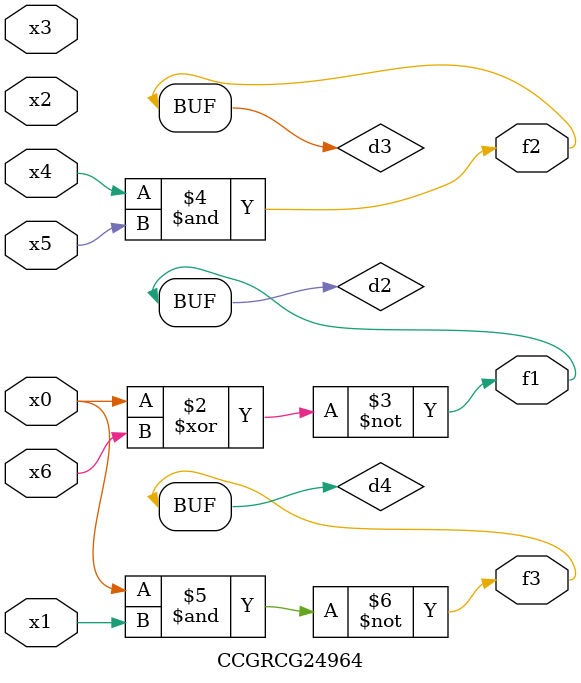
<source format=v>
module CCGRCG24964(
	input x0, x1, x2, x3, x4, x5, x6,
	output f1, f2, f3
);

	wire d1, d2, d3, d4;

	nor (d1, x0);
	xnor (d2, x0, x6);
	and (d3, x4, x5);
	nand (d4, x0, x1);
	assign f1 = d2;
	assign f2 = d3;
	assign f3 = d4;
endmodule

</source>
